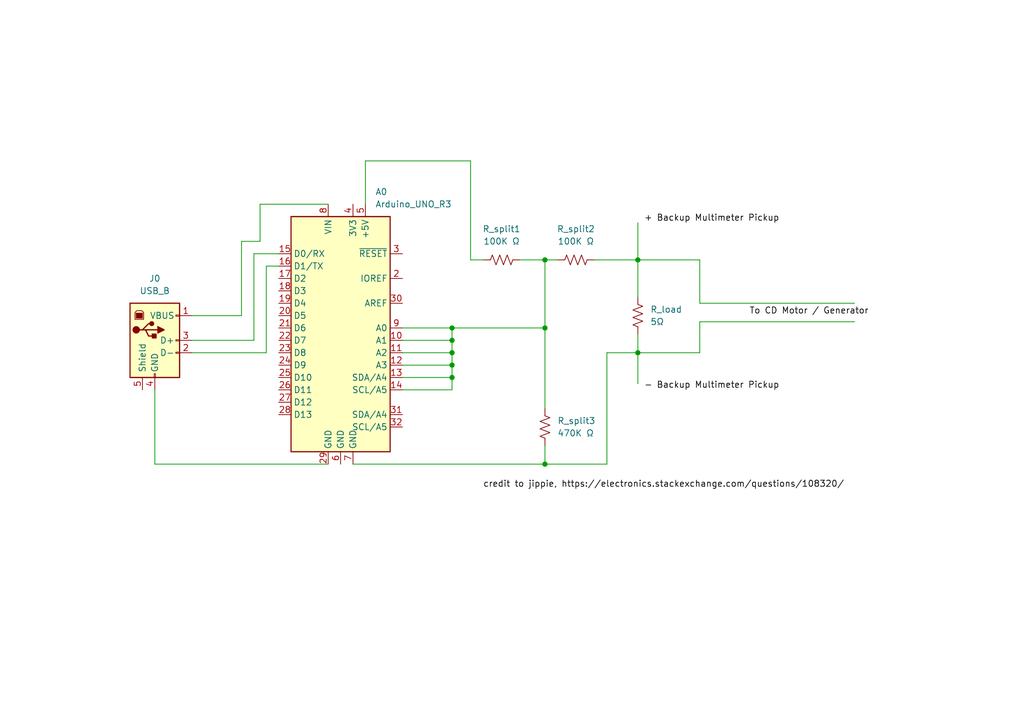
<source format=kicad_sch>
(kicad_sch (version 20211123) (generator eeschema)
  (paper "A5")
  (title_block (title "Supervisor Wind Power Circuit") (date "2023-12-04") (company "John Matthew Nicklas"))
  (lib_symbols
    (symbol "Connector:USB_B" (pin_names (offset 1.016))
      (property "Reference" "J" (at -5.08 11.43 0))
      (property "Value" "USB_B" (at -5.08 8.89 0))
      (symbol "USB_B_0_1"
        (rectangle (start -5.08 -7.62) (end 5.08 7.62) (stroke (width 0.254)) (fill (type background)))
        (circle (center -3.81 2.159) (radius 0.635) (stroke (width 0.254)) (fill (type outline)))
        (rectangle (start -3.81 5.588) (end -2.54 4.572) (fill (type outline)))
        (circle (center -0.635 3.429) (radius 0.381) (stroke (width 0.254)) (fill (type outline)))
        (rectangle (start -0.127 -7.62) (end 0.127 -6.858))
        (polyline (pts (xy -1.905 2.159) (xy 0.635 2.159)) (stroke (width 0.254)))
        (polyline (pts (xy -3.175 2.159) (xy -2.54 2.159) (xy -1.27 3.429) (xy -0.635 3.429)) (stroke (width 0.254)))
        (polyline (pts (xy -2.54 2.159) (xy -1.905 2.159) (xy -1.27 0.889) (xy 0 0.889)) (stroke (width 0.254)))
        (polyline (pts (xy 0.635 2.794) (xy 0.635 1.524) (xy 1.905 2.159) (xy 0.635 2.794)) (stroke (width 0.254)) (fill (type outline)))
        (polyline (pts (xy -4.064 4.318) (xy -2.286 4.318) (xy -2.286 5.715) (xy -2.667 6.096) (xy -3.683 6.096) (xy -4.064 5.715) (xy -4.064 4.318)))
        (rectangle (start 0.254 1.27) (end -0.508 0.508) (stroke (width 0.254)) (fill (type outline)))
        (rectangle (start 5.08 -2.667) (end 4.318 -2.413))
        (rectangle (start 5.08 -0.127) (end 4.318 0.127))
        (rectangle (start 5.08 4.953) (end 4.318 5.207))
      )
      (symbol "USB_B_1_1"
        (pin power_out line (at 7.62 5.08 180) (length 2.54) (name "VBUS") (number "1"))
        (pin bidirectional line (at 7.62 -2.54 180) (length 2.54) (name "D-") (number "2"))
        (pin bidirectional line (at 7.62 0 180) (length 2.54) (name "D+") (number "3"))
        (pin power_out line (at 0 -10.16 90) (length 2.54) (name "GND") (number "4"))
        (pin passive line (at -2.54 -10.16 90) (length 2.54) (name "Shield") (number "5"))
      )
    )
    (symbol "Device:R_US" (pin_numbers hide) (pin_names (offset 0))
      (property "Reference" "R" (at 2.54 0 90))
      (property "Value" "R_US" (at -2.54 0 90))
      (symbol "R_US_0_1"
        (polyline (pts (xy 0 -2.286) (xy 0 -2.54)))
        (polyline (pts (xy 0 2.286) (xy 0 2.54)))
        (polyline (pts (xy 0 -0.762) (xy 1.016 -1.143) (xy 0 -1.524) (xy -1.016 -1.905) (xy 0 -2.286)))
        (polyline (pts (xy 0 0.762) (xy 1.016 0.381) (xy 0 0) (xy -1.016 -0.381) (xy 0 -0.762)))
        (polyline (pts (xy 0 2.286) (xy 1.016 1.905) (xy 0 1.524) (xy -1.016 1.143) (xy 0 0.762)))
      )
      (symbol "R_US_1_1"
        (pin passive line (at 0 3.81 270) (length 1.27) (name "~") (number "1"))
        (pin passive line (at 0 -3.81 90) (length 1.27) (name "~") (number "2"))
      )
    )
    (symbol "MCU_Module:Arduino_UNO_R3"
      (property "Reference" "A" (at -10.16 23.495 0))
      (property "Value" "Arduino_UNO_R3" (at 5.08 -26.67 0))
      (symbol "Arduino_UNO_R3_0_1"
        (rectangle (start -10.16 22.86) (end 10.16 -25.4) (stroke (width 0.254)) (fill (type background)))
      )
      (symbol "Arduino_UNO_R3_1_1"
        (pin no_connect line (at -10.16 -20.32 0) (length 2.54) hide (name "NC") (number "1"))
        (pin bidirectional line (at 12.7 -2.54 180) (length 2.54) (name "A1") (number "10"))
        (pin bidirectional line (at 12.7 -5.08 180) (length 2.54) (name "A2") (number "11"))
        (pin bidirectional line (at 12.7 -7.62 180) (length 2.54) (name "A3") (number "12"))
        (pin bidirectional line (at 12.7 -10.16 180) (length 2.54) (name "SDA/A4") (number "13"))
        (pin bidirectional line (at 12.7 -12.7 180) (length 2.54) (name "SCL/A5") (number "14"))
        (pin bidirectional line (at -12.7 15.24 0) (length 2.54) (name "D0/RX") (number "15"))
        (pin bidirectional line (at -12.7 12.7 0) (length 2.54) (name "D1/TX") (number "16"))
        (pin bidirectional line (at -12.7 10.16 0) (length 2.54) (name "D2") (number "17"))
        (pin bidirectional line (at -12.7 7.62 0) (length 2.54) (name "D3") (number "18"))
        (pin bidirectional line (at -12.7 5.08 0) (length 2.54) (name "D4") (number "19"))
        (pin output line (at 12.7 10.16 180) (length 2.54) (name "IOREF") (number "2"))
        (pin bidirectional line (at -12.7 2.54 0) (length 2.54) (name "D5") (number "20"))
        (pin bidirectional line (at -12.7 0 0) (length 2.54) (name "D6") (number "21"))
        (pin bidirectional line (at -12.7 -2.54 0) (length 2.54) (name "D7") (number "22"))
        (pin bidirectional line (at -12.7 -5.08 0) (length 2.54) (name "D8") (number "23"))
        (pin bidirectional line (at -12.7 -7.62 0) (length 2.54) (name "D9") (number "24"))
        (pin bidirectional line (at -12.7 -10.16 0) (length 2.54) (name "D10") (number "25"))
        (pin bidirectional line (at -12.7 -12.7 0) (length 2.54) (name "D11") (number "26"))
        (pin bidirectional line (at -12.7 -15.24 0) (length 2.54) (name "D12") (number "27"))
        (pin bidirectional line (at -12.7 -17.78 0) (length 2.54) (name "D13") (number "28"))
        (pin power_in line (at -2.54 -27.94 90) (length 2.54) (name "GND") (number "29"))
        (pin input line (at 12.7 15.24 180) (length 2.54) (name "~{RESET}") (number "3"))
        (pin input line (at 12.7 5.08 180) (length 2.54) (name "AREF") (number "30"))
        (pin bidirectional line (at 12.7 -17.78 180) (length 2.54) (name "SDA/A4") (number "31"))
        (pin bidirectional line (at 12.7 -20.32 180) (length 2.54) (name "SCL/A5") (number "32"))
        (pin power_out line (at 2.54 25.4 270) (length 2.54) (name "3V3") (number "4"))
        (pin power_out line (at 5.08 25.4 270) (length 2.54) (name "+5V") (number "5"))
        (pin power_in line (at 0 -27.94 90) (length 2.54) (name "GND") (number "6"))
        (pin power_in line (at 2.54 -27.94 90) (length 2.54) (name "GND") (number "7"))
        (pin power_in line (at -2.54 25.4 270) (length 2.54) (name "VIN") (number "8"))
        (pin bidirectional line (at 12.7 0 180) (length 2.54) (name "A0") (number "9"))
      )
    )
  )
  (junction (at 111.76 95.25))
  (junction (at 130.81 72.39))
  (junction (at 92.71 74.93))
  (junction (at 92.71 69.85))
  (junction (at 92.71 72.39))
  (junction (at 111.76 53.34))
  (junction (at 130.81 53.34))
  (junction (at 92.71 77.47))
  (junction (at 111.76 67.31))
  (junction (at 92.71 67.31))
  (wire (pts (xy 53.34 49.53) (xy 49.53 49.53)))
  (wire (pts (xy 124.46 95.25) (xy 111.76 95.25)))
  (wire (pts (xy 49.53 64.77) (xy 39.37 64.77)))
  (wire (pts (xy 96.52 53.34) (xy 99.06 53.34)))
  (wire (pts (xy 111.76 83.82) (xy 111.76 67.31)))
  (wire (pts (xy 130.81 53.34) (xy 143.51 53.34)))
  (wire (pts (xy 111.76 53.34) (xy 114.3 53.34)))
  (wire (pts (xy 121.92 53.34) (xy 130.81 53.34)))
  (wire (pts (xy 54.61 54.61) (xy 54.61 72.39)))
  (wire (pts (xy 52.07 52.07) (xy 52.07 69.85)))
  (wire (pts (xy 53.34 41.91) (xy 53.34 49.53)))
  (wire (pts (xy 130.81 72.39) (xy 130.81 78.74)))
  (wire (pts (xy 143.51 53.34) (xy 143.51 62.23)))
  (wire (pts (xy 82.55 67.31) (xy 92.71 67.31)))
  (wire (pts (xy 92.71 69.85) (xy 92.71 72.39)))
  (wire (pts (xy 82.55 74.93) (xy 92.71 74.93)))
  (wire (pts (xy 111.76 53.34) (xy 111.76 67.31)))
  (wire (pts (xy 143.51 62.23) (xy 175.26 62.23)))
  (wire (pts (xy 67.31 41.91) (xy 53.34 41.91)))
  (wire (pts (xy 92.71 67.31) (xy 92.71 69.85)))
  (wire (pts (xy 52.07 69.85) (xy 39.37 69.85)))
  (wire (pts (xy 57.15 52.07) (xy 52.07 52.07)))
  (wire (pts (xy 92.71 67.31) (xy 111.76 67.31)))
  (wire (pts (xy 54.61 72.39) (xy 39.37 72.39)))
  (wire (pts (xy 130.81 72.39) (xy 143.51 72.39)))
  (wire (pts (xy 74.93 41.91) (xy 74.93 33.02)))
  (wire (pts (xy 82.55 72.39) (xy 92.71 72.39)))
  (wire (pts (xy 130.81 53.34) (xy 130.81 60.96)))
  (wire (pts (xy 92.71 74.93) (xy 92.71 72.39)))
  (wire (pts (xy 143.51 72.39) (xy 143.51 66.04)))
  (wire (pts (xy 96.52 33.02) (xy 96.52 53.34)))
  (wire (pts (xy 92.71 69.85) (xy 82.55 69.85)))
  (wire (pts (xy 106.68 53.34) (xy 111.76 53.34)))
  (wire (pts (xy 130.81 72.39) (xy 124.46 72.39)))
  (wire (pts (xy 57.15 54.61) (xy 54.61 54.61)))
  (wire (pts (xy 92.71 77.47) (xy 92.71 74.93)))
  (wire (pts (xy 31.75 95.25) (xy 31.75 80.01)))
  (wire (pts (xy 49.53 49.53) (xy 49.53 64.77)))
  (wire (pts (xy 82.55 77.47) (xy 92.71 77.47)))
  (wire (pts (xy 124.46 72.39) (xy 124.46 95.25)))
  (wire (pts (xy 31.75 95.25) (xy 67.31 95.25)))
  (wire (pts (xy 74.93 33.02) (xy 96.52 33.02)))
  (wire (pts (xy 92.71 80.01) (xy 92.71 77.47)))
  (wire (pts (xy 82.55 80.01) (xy 92.71 80.01)))
  (wire (pts (xy 130.81 68.58) (xy 130.81 72.39)))
  (wire (pts (xy 111.76 91.44) (xy 111.76 95.25)))
  (wire (pts (xy 111.76 95.25) (xy 72.39 95.25)))
  (wire (pts (xy 143.51 66.04) (xy 175.26 66.04)))
  (wire (pts (xy 130.81 45.72) (xy 130.81 53.34)))
  (label "- Backup Multimeter Pickup" (at 132.08 80.01 0))
  (label "credit to jippie, https:{slash}{slash}electronics.stackexchange.com{slash}questions{slash}108320{slash}" (at 99.06 100.33 0))
  (label "+ Backup Multimeter Pickup" (at 132.08 45.72 0))
  (label "To CD Motor {slash} Generator" (at 153.67 64.77 0))
  (symbol (lib_id "Connector:USB_B") (at 31.75 69.85 0) (unit 1)
    (property "Reference" "J0" (at 31.75 57.15 0))
    (property "Value" "USB_B" (at 31.75 59.69 0))
    (property "Datasheet" " ~" (effects hide))
  )
  (symbol (lib_id "Device:R_US") (at 111.76 87.63 0) (unit 1)
    (property "Reference" "R_split3" (at 114.3 86.3599 0) (effects (justify left)))
    (property "Value" "470K Ω" (at 114.3 88.8999 0) (effects (justify left)))
  )
  (symbol (lib_id "MCU_Module:Arduino_UNO_R3") (at 69.85 67.31 0) (unit 1)
    (property "Reference" "A0" (at 76.9494 39.37 0) (effects (justify left)))
    (property "Value" "Arduino_UNO_R3" (at 76.9494 41.91 0) (effects (justify left)))
    (property "Footprint" "Module:Arduino_UNO_R3" (effects hide))
    (property "Datasheet" "https://www.arduino.cc/en/Main/arduinoBoardUno" (effects hide))
  )
  (symbol (lib_id "Device:R_US") (at 130.81 64.77 0) (unit 1)
    (property "Reference" "R_load" (at 133.35 63.4999 0) (effects (justify left)))
    (property "Value" "5Ω" (at 133.35 66.0399 0) (effects (justify left)))
  )
  (symbol (lib_id "Device:R_US") (at 102.87 53.34 90) (unit 1)
    (property "Reference" "R_split1" (at 102.87 46.99 90))
    (property "Value" "100K Ω" (at 102.87 49.53 90))
  )
  (symbol (lib_id "Device:R_US") (at 118.11 53.34 90) (unit 1)
    (property "Reference" "R_split2" (at 118.11 46.99 90))
    (property "Value" "100K Ω" (at 118.11 49.53 90))
  )
)
</source>
